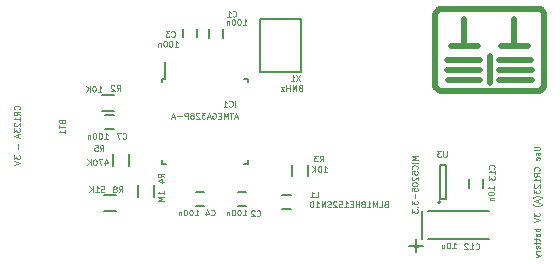
<source format=gbo>
G04 #@! TF.GenerationSoftware,KiCad,Pcbnew,no-vcs-found-7657~57~ubuntu16.04.1*
G04 #@! TF.CreationDate,2017-02-15T10:50:58+02:00*
G04 #@! TF.ProjectId,multisensor_cr123,6D756C746973656E736F725F63723132,rev?*
G04 #@! TF.FileFunction,Legend,Bot*
G04 #@! TF.FilePolarity,Positive*
%FSLAX46Y46*%
G04 Gerber Fmt 4.6, Leading zero omitted, Abs format (unit mm)*
G04 Created by KiCad (PCBNEW no-vcs-found-7657~57~ubuntu16.04.1) date Wed Feb 15 10:50:58 2017*
%MOMM*%
%LPD*%
G01*
G04 APERTURE LIST*
%ADD10C,0.100000*%
%ADD11C,0.125000*%
%ADD12C,0.150000*%
%ADD13C,0.500000*%
%ADD14R,3.000000X0.800000*%
%ADD15C,2.000000*%
%ADD16R,2.540000X2.540000*%
%ADD17C,2.540000*%
%ADD18R,0.750000X1.200000*%
%ADD19R,1.200000X0.750000*%
%ADD20R,0.550000X1.600000*%
%ADD21R,1.600000X0.550000*%
%ADD22R,1.200000X0.900000*%
%ADD23R,0.900000X1.200000*%
%ADD24C,1.998980*%
%ADD25R,1.727200X1.727200*%
%ADD26O,1.727200X1.727200*%
%ADD27R,2.148840X1.501140*%
%ADD28R,1.060000X0.650000*%
%ADD29R,1.350000X1.350000*%
%ADD30C,1.350000*%
%ADD31R,1.727200X2.032000*%
%ADD32O,1.727200X2.032000*%
G04 APERTURE END LIST*
D10*
D11*
X145204690Y-89527642D02*
X145609452Y-89527642D01*
X145657071Y-89551452D01*
X145680880Y-89575261D01*
X145704690Y-89622880D01*
X145704690Y-89718119D01*
X145680880Y-89765738D01*
X145657071Y-89789547D01*
X145609452Y-89813357D01*
X145204690Y-89813357D01*
X145680880Y-90027642D02*
X145704690Y-90075261D01*
X145704690Y-90170500D01*
X145680880Y-90218119D01*
X145633261Y-90241928D01*
X145609452Y-90241928D01*
X145561833Y-90218119D01*
X145538023Y-90170500D01*
X145538023Y-90099071D01*
X145514214Y-90051452D01*
X145466595Y-90027642D01*
X145442785Y-90027642D01*
X145395166Y-90051452D01*
X145371357Y-90099071D01*
X145371357Y-90170500D01*
X145395166Y-90218119D01*
X145680880Y-90646690D02*
X145704690Y-90599071D01*
X145704690Y-90503833D01*
X145680880Y-90456214D01*
X145633261Y-90432404D01*
X145442785Y-90432404D01*
X145395166Y-90456214D01*
X145371357Y-90503833D01*
X145371357Y-90599071D01*
X145395166Y-90646690D01*
X145442785Y-90670500D01*
X145490404Y-90670500D01*
X145538023Y-90432404D01*
X145657071Y-91551452D02*
X145680880Y-91527642D01*
X145704690Y-91456214D01*
X145704690Y-91408595D01*
X145680880Y-91337166D01*
X145633261Y-91289547D01*
X145585642Y-91265738D01*
X145490404Y-91241928D01*
X145418976Y-91241928D01*
X145323738Y-91265738D01*
X145276119Y-91289547D01*
X145228500Y-91337166D01*
X145204690Y-91408595D01*
X145204690Y-91456214D01*
X145228500Y-91527642D01*
X145252309Y-91551452D01*
X145704690Y-92051452D02*
X145466595Y-91884785D01*
X145704690Y-91765738D02*
X145204690Y-91765738D01*
X145204690Y-91956214D01*
X145228500Y-92003833D01*
X145252309Y-92027642D01*
X145299928Y-92051452D01*
X145371357Y-92051452D01*
X145418976Y-92027642D01*
X145442785Y-92003833D01*
X145466595Y-91956214D01*
X145466595Y-91765738D01*
X145704690Y-92527642D02*
X145704690Y-92241928D01*
X145704690Y-92384785D02*
X145204690Y-92384785D01*
X145276119Y-92337166D01*
X145323738Y-92289547D01*
X145347547Y-92241928D01*
X145252309Y-92718119D02*
X145228500Y-92741928D01*
X145204690Y-92789547D01*
X145204690Y-92908595D01*
X145228500Y-92956214D01*
X145252309Y-92980023D01*
X145299928Y-93003833D01*
X145347547Y-93003833D01*
X145418976Y-92980023D01*
X145704690Y-92694309D01*
X145704690Y-93003833D01*
X145204690Y-93170500D02*
X145204690Y-93480023D01*
X145395166Y-93313357D01*
X145395166Y-93384785D01*
X145418976Y-93432404D01*
X145442785Y-93456214D01*
X145490404Y-93480023D01*
X145609452Y-93480023D01*
X145657071Y-93456214D01*
X145680880Y-93432404D01*
X145704690Y-93384785D01*
X145704690Y-93241928D01*
X145680880Y-93194309D01*
X145657071Y-93170500D01*
X145895166Y-93837166D02*
X145871357Y-93813357D01*
X145799928Y-93765738D01*
X145752309Y-93741928D01*
X145680880Y-93718119D01*
X145561833Y-93694309D01*
X145466595Y-93694309D01*
X145347547Y-93718119D01*
X145276119Y-93741928D01*
X145228500Y-93765738D01*
X145157071Y-93813357D01*
X145133261Y-93837166D01*
X145561833Y-94003833D02*
X145561833Y-94241928D01*
X145704690Y-93956214D02*
X145204690Y-94122880D01*
X145704690Y-94289547D01*
X145895166Y-94408595D02*
X145871357Y-94432404D01*
X145799928Y-94480023D01*
X145752309Y-94503833D01*
X145680880Y-94527642D01*
X145561833Y-94551452D01*
X145466595Y-94551452D01*
X145347547Y-94527642D01*
X145276119Y-94503833D01*
X145228500Y-94480023D01*
X145157071Y-94432404D01*
X145133261Y-94408595D01*
X145204690Y-95122880D02*
X145204690Y-95432404D01*
X145395166Y-95265738D01*
X145395166Y-95337166D01*
X145418976Y-95384785D01*
X145442785Y-95408595D01*
X145490404Y-95432404D01*
X145609452Y-95432404D01*
X145657071Y-95408595D01*
X145680880Y-95384785D01*
X145704690Y-95337166D01*
X145704690Y-95194309D01*
X145680880Y-95146690D01*
X145657071Y-95122880D01*
X145204690Y-95575261D02*
X145704690Y-95741928D01*
X145204690Y-95908595D01*
X145704690Y-96456214D02*
X145204690Y-96456214D01*
X145395166Y-96456214D02*
X145371357Y-96503833D01*
X145371357Y-96599071D01*
X145395166Y-96646690D01*
X145418976Y-96670500D01*
X145466595Y-96694309D01*
X145609452Y-96694309D01*
X145657071Y-96670500D01*
X145680880Y-96646690D01*
X145704690Y-96599071D01*
X145704690Y-96503833D01*
X145680880Y-96456214D01*
X145704690Y-97122880D02*
X145442785Y-97122880D01*
X145395166Y-97099071D01*
X145371357Y-97051452D01*
X145371357Y-96956214D01*
X145395166Y-96908595D01*
X145680880Y-97122880D02*
X145704690Y-97075261D01*
X145704690Y-96956214D01*
X145680880Y-96908595D01*
X145633261Y-96884785D01*
X145585642Y-96884785D01*
X145538023Y-96908595D01*
X145514214Y-96956214D01*
X145514214Y-97075261D01*
X145490404Y-97122880D01*
X145371357Y-97289547D02*
X145371357Y-97480023D01*
X145204690Y-97360976D02*
X145633261Y-97360976D01*
X145680880Y-97384785D01*
X145704690Y-97432404D01*
X145704690Y-97480023D01*
X145371357Y-97575261D02*
X145371357Y-97765738D01*
X145204690Y-97646690D02*
X145633261Y-97646690D01*
X145680880Y-97670500D01*
X145704690Y-97718119D01*
X145704690Y-97765738D01*
X145680880Y-98122880D02*
X145704690Y-98075261D01*
X145704690Y-97980023D01*
X145680880Y-97932404D01*
X145633261Y-97908595D01*
X145442785Y-97908595D01*
X145395166Y-97932404D01*
X145371357Y-97980023D01*
X145371357Y-98075261D01*
X145395166Y-98122880D01*
X145442785Y-98146690D01*
X145490404Y-98146690D01*
X145538023Y-97908595D01*
X145704690Y-98360976D02*
X145371357Y-98360976D01*
X145466595Y-98360976D02*
X145418976Y-98384785D01*
X145395166Y-98408595D01*
X145371357Y-98456214D01*
X145371357Y-98503833D01*
X145371357Y-98622880D02*
X145704690Y-98741928D01*
X145371357Y-98860976D02*
X145704690Y-98741928D01*
X145823738Y-98694309D01*
X145847547Y-98670500D01*
X145871357Y-98622880D01*
D12*
X122061500Y-78712500D02*
X122061500Y-83210400D01*
X125461500Y-78712500D02*
X122061500Y-78712500D01*
X125461500Y-83212500D02*
X125461500Y-78712500D01*
X122062215Y-83212500D02*
X125461500Y-83212500D01*
X118900500Y-80296500D02*
X118900500Y-79596500D01*
X117700500Y-79596500D02*
X117700500Y-80296500D01*
X120873000Y-93380000D02*
X120173000Y-93380000D01*
X120173000Y-94580000D02*
X120873000Y-94580000D01*
X115478000Y-79533000D02*
X115478000Y-80233000D01*
X116678000Y-80233000D02*
X116678000Y-79533000D01*
X116614500Y-94580000D02*
X117314500Y-94580000D01*
X117314500Y-93380000D02*
X116614500Y-93380000D01*
X108933500Y-88039500D02*
X109633500Y-88039500D01*
X109633500Y-86839500D02*
X108933500Y-86839500D01*
X113723000Y-83751000D02*
X113948000Y-83751000D01*
X113723000Y-91001000D02*
X114048000Y-91001000D01*
X120973000Y-91001000D02*
X120648000Y-91001000D01*
X120973000Y-83751000D02*
X120648000Y-83751000D01*
X113723000Y-83751000D02*
X113723000Y-84076000D01*
X120973000Y-83751000D02*
X120973000Y-84076000D01*
X120973000Y-91001000D02*
X120973000Y-90676000D01*
X113723000Y-91001000D02*
X113723000Y-90676000D01*
X113948000Y-83751000D02*
X113948000Y-82326000D01*
X124619500Y-93634000D02*
X123919500Y-93634000D01*
X123919500Y-94834000D02*
X124619500Y-94834000D01*
X109656500Y-85113500D02*
X108656500Y-85113500D01*
X108656500Y-86463500D02*
X109656500Y-86463500D01*
X126087500Y-92046500D02*
X126087500Y-91046500D01*
X124737500Y-91046500D02*
X124737500Y-92046500D01*
X113070000Y-93781500D02*
X113070000Y-92781500D01*
X111720000Y-92781500D02*
X111720000Y-93781500D01*
X110911000Y-91178000D02*
X110911000Y-90178000D01*
X109561000Y-90178000D02*
X109561000Y-91178000D01*
X136210040Y-94940120D02*
X141411960Y-94940120D01*
X141411960Y-97337880D02*
X136210040Y-97337880D01*
X135211820Y-98437700D02*
X135211820Y-97337880D01*
X134612380Y-97937320D02*
X135811260Y-97937320D01*
X135714740Y-97337880D02*
X135714740Y-94940120D01*
X139735000Y-92296500D02*
X139735000Y-92996500D01*
X140935000Y-92996500D02*
X140935000Y-92296500D01*
X137298000Y-94217000D02*
G75*
G03X137298000Y-94217000I-100000J0D01*
G01*
X137748000Y-93967000D02*
X137248000Y-93967000D01*
X137748000Y-91067000D02*
X137748000Y-93967000D01*
X137248000Y-91067000D02*
X137748000Y-91067000D01*
X137248000Y-93967000D02*
X137248000Y-91067000D01*
X109847000Y-93622500D02*
X108847000Y-93622500D01*
X108847000Y-94972500D02*
X109847000Y-94972500D01*
X140665200Y-83870800D02*
X140665200Y-83870800D01*
D13*
X137896600Y-83870800D02*
X140665200Y-83870800D01*
X136855200Y-84480400D02*
X137287000Y-84836000D01*
X137287000Y-84836000D02*
X145643600Y-84836000D01*
X136855200Y-78333600D02*
X136855200Y-84455000D01*
X137210800Y-77901800D02*
X136855200Y-78257400D01*
X145770600Y-77901800D02*
X137210800Y-77901800D01*
X146075400Y-78206600D02*
X145770600Y-77901800D01*
X146075400Y-84455000D02*
X146075400Y-78206600D01*
X145694400Y-84836000D02*
X146075400Y-84455000D01*
X137871200Y-83007200D02*
X140639800Y-83007200D01*
X137845800Y-82143600D02*
X140614400Y-82143600D01*
X142265400Y-83870800D02*
X145034000Y-83870800D01*
X142240000Y-83007200D02*
X145008600Y-83007200D01*
X142214600Y-82143600D02*
X144983200Y-82143600D01*
D12*
X145034000Y-83870800D02*
X145034000Y-83870800D01*
D13*
X141452600Y-81838800D02*
X141452600Y-84107400D01*
X140470000Y-80975200D02*
X138201400Y-80975200D01*
X139319000Y-80975200D02*
X139319000Y-78706600D01*
X143560800Y-80975200D02*
X143560800Y-78706600D01*
X144711800Y-80975200D02*
X142443200Y-80975200D01*
D11*
X125436261Y-83482690D02*
X125102928Y-83982690D01*
X125102928Y-83482690D02*
X125436261Y-83982690D01*
X124650547Y-83982690D02*
X124936261Y-83982690D01*
X124793404Y-83982690D02*
X124793404Y-83482690D01*
X124841023Y-83554119D01*
X124888642Y-83601738D01*
X124936261Y-83625547D01*
X125511619Y-84522476D02*
X125559238Y-84498666D01*
X125583047Y-84474857D01*
X125606857Y-84427238D01*
X125606857Y-84403428D01*
X125583047Y-84355809D01*
X125559238Y-84332000D01*
X125511619Y-84308190D01*
X125416380Y-84308190D01*
X125368761Y-84332000D01*
X125344952Y-84355809D01*
X125321142Y-84403428D01*
X125321142Y-84427238D01*
X125344952Y-84474857D01*
X125368761Y-84498666D01*
X125416380Y-84522476D01*
X125511619Y-84522476D01*
X125559238Y-84546285D01*
X125583047Y-84570095D01*
X125606857Y-84617714D01*
X125606857Y-84712952D01*
X125583047Y-84760571D01*
X125559238Y-84784380D01*
X125511619Y-84808190D01*
X125416380Y-84808190D01*
X125368761Y-84784380D01*
X125344952Y-84760571D01*
X125321142Y-84712952D01*
X125321142Y-84617714D01*
X125344952Y-84570095D01*
X125368761Y-84546285D01*
X125416380Y-84522476D01*
X125106857Y-84808190D02*
X125106857Y-84308190D01*
X124940190Y-84665333D01*
X124773523Y-84308190D01*
X124773523Y-84808190D01*
X124535428Y-84808190D02*
X124535428Y-84308190D01*
X124535428Y-84546285D02*
X124249714Y-84546285D01*
X124249714Y-84808190D02*
X124249714Y-84308190D01*
X124059238Y-84474857D02*
X123797333Y-84474857D01*
X124059238Y-84808190D01*
X123797333Y-84808190D01*
X105247285Y-87427642D02*
X105271095Y-87499071D01*
X105294904Y-87522880D01*
X105342523Y-87546690D01*
X105413952Y-87546690D01*
X105461571Y-87522880D01*
X105485380Y-87499071D01*
X105509190Y-87451452D01*
X105509190Y-87260976D01*
X105009190Y-87260976D01*
X105009190Y-87427642D01*
X105033000Y-87475261D01*
X105056809Y-87499071D01*
X105104428Y-87522880D01*
X105152047Y-87522880D01*
X105199666Y-87499071D01*
X105223476Y-87475261D01*
X105247285Y-87427642D01*
X105247285Y-87260976D01*
X105009190Y-87689547D02*
X105009190Y-87975261D01*
X105509190Y-87832404D02*
X105009190Y-87832404D01*
X105509190Y-88403833D02*
X105509190Y-88118119D01*
X105509190Y-88260976D02*
X105009190Y-88260976D01*
X105080619Y-88213357D01*
X105128238Y-88165738D01*
X105152047Y-88118119D01*
X101651571Y-86352333D02*
X101675380Y-86328523D01*
X101699190Y-86257095D01*
X101699190Y-86209476D01*
X101675380Y-86138047D01*
X101627761Y-86090428D01*
X101580142Y-86066619D01*
X101484904Y-86042809D01*
X101413476Y-86042809D01*
X101318238Y-86066619D01*
X101270619Y-86090428D01*
X101223000Y-86138047D01*
X101199190Y-86209476D01*
X101199190Y-86257095D01*
X101223000Y-86328523D01*
X101246809Y-86352333D01*
X101699190Y-86852333D02*
X101461095Y-86685666D01*
X101699190Y-86566619D02*
X101199190Y-86566619D01*
X101199190Y-86757095D01*
X101223000Y-86804714D01*
X101246809Y-86828523D01*
X101294428Y-86852333D01*
X101365857Y-86852333D01*
X101413476Y-86828523D01*
X101437285Y-86804714D01*
X101461095Y-86757095D01*
X101461095Y-86566619D01*
X101699190Y-87328523D02*
X101699190Y-87042809D01*
X101699190Y-87185666D02*
X101199190Y-87185666D01*
X101270619Y-87138047D01*
X101318238Y-87090428D01*
X101342047Y-87042809D01*
X101246809Y-87519000D02*
X101223000Y-87542809D01*
X101199190Y-87590428D01*
X101199190Y-87709476D01*
X101223000Y-87757095D01*
X101246809Y-87780904D01*
X101294428Y-87804714D01*
X101342047Y-87804714D01*
X101413476Y-87780904D01*
X101699190Y-87495190D01*
X101699190Y-87804714D01*
X101199190Y-87971380D02*
X101199190Y-88280904D01*
X101389666Y-88114238D01*
X101389666Y-88185666D01*
X101413476Y-88233285D01*
X101437285Y-88257095D01*
X101484904Y-88280904D01*
X101603952Y-88280904D01*
X101651571Y-88257095D01*
X101675380Y-88233285D01*
X101699190Y-88185666D01*
X101699190Y-88042809D01*
X101675380Y-87995190D01*
X101651571Y-87971380D01*
X101556333Y-88471380D02*
X101556333Y-88709476D01*
X101699190Y-88423761D02*
X101199190Y-88590428D01*
X101699190Y-88757095D01*
X101508714Y-89304714D02*
X101508714Y-89685666D01*
X101199190Y-90257095D02*
X101199190Y-90566619D01*
X101389666Y-90399952D01*
X101389666Y-90471380D01*
X101413476Y-90519000D01*
X101437285Y-90542809D01*
X101484904Y-90566619D01*
X101603952Y-90566619D01*
X101651571Y-90542809D01*
X101675380Y-90519000D01*
X101699190Y-90471380D01*
X101699190Y-90328523D01*
X101675380Y-90280904D01*
X101651571Y-90257095D01*
X101199190Y-90709476D02*
X101699190Y-90876142D01*
X101199190Y-91042809D01*
X119717333Y-78474071D02*
X119741142Y-78497880D01*
X119812571Y-78521690D01*
X119860190Y-78521690D01*
X119931619Y-78497880D01*
X119979238Y-78450261D01*
X120003047Y-78402642D01*
X120026857Y-78307404D01*
X120026857Y-78235976D01*
X120003047Y-78140738D01*
X119979238Y-78093119D01*
X119931619Y-78045500D01*
X119860190Y-78021690D01*
X119812571Y-78021690D01*
X119741142Y-78045500D01*
X119717333Y-78069309D01*
X119241142Y-78521690D02*
X119526857Y-78521690D01*
X119384000Y-78521690D02*
X119384000Y-78021690D01*
X119431619Y-78093119D01*
X119479238Y-78140738D01*
X119526857Y-78164547D01*
X120574523Y-79220190D02*
X120860238Y-79220190D01*
X120717380Y-79220190D02*
X120717380Y-78720190D01*
X120765000Y-78791619D01*
X120812619Y-78839238D01*
X120860238Y-78863047D01*
X120265000Y-78720190D02*
X120217380Y-78720190D01*
X120169761Y-78744000D01*
X120145952Y-78767809D01*
X120122142Y-78815428D01*
X120098333Y-78910666D01*
X120098333Y-79029714D01*
X120122142Y-79124952D01*
X120145952Y-79172571D01*
X120169761Y-79196380D01*
X120217380Y-79220190D01*
X120265000Y-79220190D01*
X120312619Y-79196380D01*
X120336428Y-79172571D01*
X120360238Y-79124952D01*
X120384047Y-79029714D01*
X120384047Y-78910666D01*
X120360238Y-78815428D01*
X120336428Y-78767809D01*
X120312619Y-78744000D01*
X120265000Y-78720190D01*
X119788809Y-78720190D02*
X119741190Y-78720190D01*
X119693571Y-78744000D01*
X119669761Y-78767809D01*
X119645952Y-78815428D01*
X119622142Y-78910666D01*
X119622142Y-79029714D01*
X119645952Y-79124952D01*
X119669761Y-79172571D01*
X119693571Y-79196380D01*
X119741190Y-79220190D01*
X119788809Y-79220190D01*
X119836428Y-79196380D01*
X119860238Y-79172571D01*
X119884047Y-79124952D01*
X119907857Y-79029714D01*
X119907857Y-78910666D01*
X119884047Y-78815428D01*
X119860238Y-78767809D01*
X119836428Y-78744000D01*
X119788809Y-78720190D01*
X119407857Y-78886857D02*
X119407857Y-79220190D01*
X119407857Y-78934476D02*
X119384047Y-78910666D01*
X119336428Y-78886857D01*
X119265000Y-78886857D01*
X119217380Y-78910666D01*
X119193571Y-78958285D01*
X119193571Y-79220190D01*
X121751833Y-95365071D02*
X121775642Y-95388880D01*
X121847071Y-95412690D01*
X121894690Y-95412690D01*
X121966119Y-95388880D01*
X122013738Y-95341261D01*
X122037547Y-95293642D01*
X122061357Y-95198404D01*
X122061357Y-95126976D01*
X122037547Y-95031738D01*
X122013738Y-94984119D01*
X121966119Y-94936500D01*
X121894690Y-94912690D01*
X121847071Y-94912690D01*
X121775642Y-94936500D01*
X121751833Y-94960309D01*
X121561357Y-94960309D02*
X121537547Y-94936500D01*
X121489928Y-94912690D01*
X121370880Y-94912690D01*
X121323261Y-94936500D01*
X121299452Y-94960309D01*
X121275642Y-95007928D01*
X121275642Y-95055547D01*
X121299452Y-95126976D01*
X121585166Y-95412690D01*
X121275642Y-95412690D01*
X120577023Y-95349190D02*
X120862738Y-95349190D01*
X120719880Y-95349190D02*
X120719880Y-94849190D01*
X120767500Y-94920619D01*
X120815119Y-94968238D01*
X120862738Y-94992047D01*
X120267500Y-94849190D02*
X120219880Y-94849190D01*
X120172261Y-94873000D01*
X120148452Y-94896809D01*
X120124642Y-94944428D01*
X120100833Y-95039666D01*
X120100833Y-95158714D01*
X120124642Y-95253952D01*
X120148452Y-95301571D01*
X120172261Y-95325380D01*
X120219880Y-95349190D01*
X120267500Y-95349190D01*
X120315119Y-95325380D01*
X120338928Y-95301571D01*
X120362738Y-95253952D01*
X120386547Y-95158714D01*
X120386547Y-95039666D01*
X120362738Y-94944428D01*
X120338928Y-94896809D01*
X120315119Y-94873000D01*
X120267500Y-94849190D01*
X119791309Y-94849190D02*
X119743690Y-94849190D01*
X119696071Y-94873000D01*
X119672261Y-94896809D01*
X119648452Y-94944428D01*
X119624642Y-95039666D01*
X119624642Y-95158714D01*
X119648452Y-95253952D01*
X119672261Y-95301571D01*
X119696071Y-95325380D01*
X119743690Y-95349190D01*
X119791309Y-95349190D01*
X119838928Y-95325380D01*
X119862738Y-95301571D01*
X119886547Y-95253952D01*
X119910357Y-95158714D01*
X119910357Y-95039666D01*
X119886547Y-94944428D01*
X119862738Y-94896809D01*
X119838928Y-94873000D01*
X119791309Y-94849190D01*
X119410357Y-95015857D02*
X119410357Y-95349190D01*
X119410357Y-95063476D02*
X119386547Y-95039666D01*
X119338928Y-95015857D01*
X119267500Y-95015857D01*
X119219880Y-95039666D01*
X119196071Y-95087285D01*
X119196071Y-95349190D01*
X114510333Y-80188571D02*
X114534142Y-80212380D01*
X114605571Y-80236190D01*
X114653190Y-80236190D01*
X114724619Y-80212380D01*
X114772238Y-80164761D01*
X114796047Y-80117142D01*
X114819857Y-80021904D01*
X114819857Y-79950476D01*
X114796047Y-79855238D01*
X114772238Y-79807619D01*
X114724619Y-79760000D01*
X114653190Y-79736190D01*
X114605571Y-79736190D01*
X114534142Y-79760000D01*
X114510333Y-79783809D01*
X114343666Y-79736190D02*
X114034142Y-79736190D01*
X114200809Y-79926666D01*
X114129380Y-79926666D01*
X114081761Y-79950476D01*
X114057952Y-79974285D01*
X114034142Y-80021904D01*
X114034142Y-80140952D01*
X114057952Y-80188571D01*
X114081761Y-80212380D01*
X114129380Y-80236190D01*
X114272238Y-80236190D01*
X114319857Y-80212380D01*
X114343666Y-80188571D01*
X114796023Y-81061690D02*
X115081738Y-81061690D01*
X114938880Y-81061690D02*
X114938880Y-80561690D01*
X114986500Y-80633119D01*
X115034119Y-80680738D01*
X115081738Y-80704547D01*
X114486500Y-80561690D02*
X114438880Y-80561690D01*
X114391261Y-80585500D01*
X114367452Y-80609309D01*
X114343642Y-80656928D01*
X114319833Y-80752166D01*
X114319833Y-80871214D01*
X114343642Y-80966452D01*
X114367452Y-81014071D01*
X114391261Y-81037880D01*
X114438880Y-81061690D01*
X114486500Y-81061690D01*
X114534119Y-81037880D01*
X114557928Y-81014071D01*
X114581738Y-80966452D01*
X114605547Y-80871214D01*
X114605547Y-80752166D01*
X114581738Y-80656928D01*
X114557928Y-80609309D01*
X114534119Y-80585500D01*
X114486500Y-80561690D01*
X114010309Y-80561690D02*
X113962690Y-80561690D01*
X113915071Y-80585500D01*
X113891261Y-80609309D01*
X113867452Y-80656928D01*
X113843642Y-80752166D01*
X113843642Y-80871214D01*
X113867452Y-80966452D01*
X113891261Y-81014071D01*
X113915071Y-81037880D01*
X113962690Y-81061690D01*
X114010309Y-81061690D01*
X114057928Y-81037880D01*
X114081738Y-81014071D01*
X114105547Y-80966452D01*
X114129357Y-80871214D01*
X114129357Y-80752166D01*
X114105547Y-80656928D01*
X114081738Y-80609309D01*
X114057928Y-80585500D01*
X114010309Y-80561690D01*
X113629357Y-80728357D02*
X113629357Y-81061690D01*
X113629357Y-80775976D02*
X113605547Y-80752166D01*
X113557928Y-80728357D01*
X113486500Y-80728357D01*
X113438880Y-80752166D01*
X113415071Y-80799785D01*
X113415071Y-81061690D01*
X117875833Y-95301571D02*
X117899642Y-95325380D01*
X117971071Y-95349190D01*
X118018690Y-95349190D01*
X118090119Y-95325380D01*
X118137738Y-95277761D01*
X118161547Y-95230142D01*
X118185357Y-95134904D01*
X118185357Y-95063476D01*
X118161547Y-94968238D01*
X118137738Y-94920619D01*
X118090119Y-94873000D01*
X118018690Y-94849190D01*
X117971071Y-94849190D01*
X117899642Y-94873000D01*
X117875833Y-94896809D01*
X117447261Y-95015857D02*
X117447261Y-95349190D01*
X117566309Y-94825380D02*
X117685357Y-95182523D01*
X117375833Y-95182523D01*
X116510523Y-95349190D02*
X116796238Y-95349190D01*
X116653380Y-95349190D02*
X116653380Y-94849190D01*
X116701000Y-94920619D01*
X116748619Y-94968238D01*
X116796238Y-94992047D01*
X116201000Y-94849190D02*
X116153380Y-94849190D01*
X116105761Y-94873000D01*
X116081952Y-94896809D01*
X116058142Y-94944428D01*
X116034333Y-95039666D01*
X116034333Y-95158714D01*
X116058142Y-95253952D01*
X116081952Y-95301571D01*
X116105761Y-95325380D01*
X116153380Y-95349190D01*
X116201000Y-95349190D01*
X116248619Y-95325380D01*
X116272428Y-95301571D01*
X116296238Y-95253952D01*
X116320047Y-95158714D01*
X116320047Y-95039666D01*
X116296238Y-94944428D01*
X116272428Y-94896809D01*
X116248619Y-94873000D01*
X116201000Y-94849190D01*
X115724809Y-94849190D02*
X115677190Y-94849190D01*
X115629571Y-94873000D01*
X115605761Y-94896809D01*
X115581952Y-94944428D01*
X115558142Y-95039666D01*
X115558142Y-95158714D01*
X115581952Y-95253952D01*
X115605761Y-95301571D01*
X115629571Y-95325380D01*
X115677190Y-95349190D01*
X115724809Y-95349190D01*
X115772428Y-95325380D01*
X115796238Y-95301571D01*
X115820047Y-95253952D01*
X115843857Y-95158714D01*
X115843857Y-95039666D01*
X115820047Y-94944428D01*
X115796238Y-94896809D01*
X115772428Y-94873000D01*
X115724809Y-94849190D01*
X115343857Y-95015857D02*
X115343857Y-95349190D01*
X115343857Y-95063476D02*
X115320047Y-95039666D01*
X115272428Y-95015857D01*
X115201000Y-95015857D01*
X115153380Y-95039666D01*
X115129571Y-95087285D01*
X115129571Y-95349190D01*
X110382833Y-88824571D02*
X110406642Y-88848380D01*
X110478071Y-88872190D01*
X110525690Y-88872190D01*
X110597119Y-88848380D01*
X110644738Y-88800761D01*
X110668547Y-88753142D01*
X110692357Y-88657904D01*
X110692357Y-88586476D01*
X110668547Y-88491238D01*
X110644738Y-88443619D01*
X110597119Y-88396000D01*
X110525690Y-88372190D01*
X110478071Y-88372190D01*
X110406642Y-88396000D01*
X110382833Y-88419809D01*
X110216166Y-88372190D02*
X109882833Y-88372190D01*
X110097119Y-88872190D01*
X108827023Y-88872190D02*
X109112738Y-88872190D01*
X108969880Y-88872190D02*
X108969880Y-88372190D01*
X109017500Y-88443619D01*
X109065119Y-88491238D01*
X109112738Y-88515047D01*
X108517500Y-88372190D02*
X108469880Y-88372190D01*
X108422261Y-88396000D01*
X108398452Y-88419809D01*
X108374642Y-88467428D01*
X108350833Y-88562666D01*
X108350833Y-88681714D01*
X108374642Y-88776952D01*
X108398452Y-88824571D01*
X108422261Y-88848380D01*
X108469880Y-88872190D01*
X108517500Y-88872190D01*
X108565119Y-88848380D01*
X108588928Y-88824571D01*
X108612738Y-88776952D01*
X108636547Y-88681714D01*
X108636547Y-88562666D01*
X108612738Y-88467428D01*
X108588928Y-88419809D01*
X108565119Y-88396000D01*
X108517500Y-88372190D01*
X108041309Y-88372190D02*
X107993690Y-88372190D01*
X107946071Y-88396000D01*
X107922261Y-88419809D01*
X107898452Y-88467428D01*
X107874642Y-88562666D01*
X107874642Y-88681714D01*
X107898452Y-88776952D01*
X107922261Y-88824571D01*
X107946071Y-88848380D01*
X107993690Y-88872190D01*
X108041309Y-88872190D01*
X108088928Y-88848380D01*
X108112738Y-88824571D01*
X108136547Y-88776952D01*
X108160357Y-88681714D01*
X108160357Y-88562666D01*
X108136547Y-88467428D01*
X108112738Y-88419809D01*
X108088928Y-88396000D01*
X108041309Y-88372190D01*
X107660357Y-88538857D02*
X107660357Y-88872190D01*
X107660357Y-88586476D02*
X107636547Y-88562666D01*
X107588928Y-88538857D01*
X107517500Y-88538857D01*
X107469880Y-88562666D01*
X107446071Y-88610285D01*
X107446071Y-88872190D01*
X120121809Y-87014833D02*
X119883714Y-87014833D01*
X120169428Y-87157690D02*
X120002761Y-86657690D01*
X119836095Y-87157690D01*
X119740857Y-86657690D02*
X119455142Y-86657690D01*
X119598000Y-87157690D02*
X119598000Y-86657690D01*
X119288476Y-87157690D02*
X119288476Y-86657690D01*
X119121809Y-87014833D01*
X118955142Y-86657690D01*
X118955142Y-87157690D01*
X118717047Y-86895785D02*
X118550380Y-86895785D01*
X118478952Y-87157690D02*
X118717047Y-87157690D01*
X118717047Y-86657690D01*
X118478952Y-86657690D01*
X118002761Y-86681500D02*
X118050380Y-86657690D01*
X118121809Y-86657690D01*
X118193238Y-86681500D01*
X118240857Y-86729119D01*
X118264666Y-86776738D01*
X118288476Y-86871976D01*
X118288476Y-86943404D01*
X118264666Y-87038642D01*
X118240857Y-87086261D01*
X118193238Y-87133880D01*
X118121809Y-87157690D01*
X118074190Y-87157690D01*
X118002761Y-87133880D01*
X117978952Y-87110071D01*
X117978952Y-86943404D01*
X118074190Y-86943404D01*
X117788476Y-87014833D02*
X117550380Y-87014833D01*
X117836095Y-87157690D02*
X117669428Y-86657690D01*
X117502761Y-87157690D01*
X117383714Y-86657690D02*
X117074190Y-86657690D01*
X117240857Y-86848166D01*
X117169428Y-86848166D01*
X117121809Y-86871976D01*
X117098000Y-86895785D01*
X117074190Y-86943404D01*
X117074190Y-87062452D01*
X117098000Y-87110071D01*
X117121809Y-87133880D01*
X117169428Y-87157690D01*
X117312285Y-87157690D01*
X117359904Y-87133880D01*
X117383714Y-87110071D01*
X116883714Y-86705309D02*
X116859904Y-86681500D01*
X116812285Y-86657690D01*
X116693238Y-86657690D01*
X116645619Y-86681500D01*
X116621809Y-86705309D01*
X116598000Y-86752928D01*
X116598000Y-86800547D01*
X116621809Y-86871976D01*
X116907523Y-87157690D01*
X116598000Y-87157690D01*
X116312285Y-86871976D02*
X116359904Y-86848166D01*
X116383714Y-86824357D01*
X116407523Y-86776738D01*
X116407523Y-86752928D01*
X116383714Y-86705309D01*
X116359904Y-86681500D01*
X116312285Y-86657690D01*
X116217047Y-86657690D01*
X116169428Y-86681500D01*
X116145619Y-86705309D01*
X116121809Y-86752928D01*
X116121809Y-86776738D01*
X116145619Y-86824357D01*
X116169428Y-86848166D01*
X116217047Y-86871976D01*
X116312285Y-86871976D01*
X116359904Y-86895785D01*
X116383714Y-86919595D01*
X116407523Y-86967214D01*
X116407523Y-87062452D01*
X116383714Y-87110071D01*
X116359904Y-87133880D01*
X116312285Y-87157690D01*
X116217047Y-87157690D01*
X116169428Y-87133880D01*
X116145619Y-87110071D01*
X116121809Y-87062452D01*
X116121809Y-86967214D01*
X116145619Y-86919595D01*
X116169428Y-86895785D01*
X116217047Y-86871976D01*
X115907523Y-87157690D02*
X115907523Y-86657690D01*
X115717047Y-86657690D01*
X115669428Y-86681500D01*
X115645619Y-86705309D01*
X115621809Y-86752928D01*
X115621809Y-86824357D01*
X115645619Y-86871976D01*
X115669428Y-86895785D01*
X115717047Y-86919595D01*
X115907523Y-86919595D01*
X115407523Y-86967214D02*
X115026571Y-86967214D01*
X114812285Y-87014833D02*
X114574190Y-87014833D01*
X114859904Y-87157690D02*
X114693238Y-86657690D01*
X114526571Y-87157690D01*
X119931595Y-86141690D02*
X119931595Y-85641690D01*
X119407785Y-86094071D02*
X119431595Y-86117880D01*
X119503023Y-86141690D01*
X119550642Y-86141690D01*
X119622071Y-86117880D01*
X119669690Y-86070261D01*
X119693500Y-86022642D01*
X119717309Y-85927404D01*
X119717309Y-85855976D01*
X119693500Y-85760738D01*
X119669690Y-85713119D01*
X119622071Y-85665500D01*
X119550642Y-85641690D01*
X119503023Y-85641690D01*
X119431595Y-85665500D01*
X119407785Y-85689309D01*
X118931595Y-86141690D02*
X119217309Y-86141690D01*
X119074452Y-86141690D02*
X119074452Y-85641690D01*
X119122071Y-85713119D01*
X119169690Y-85760738D01*
X119217309Y-85784547D01*
X126702333Y-93825190D02*
X126940428Y-93825190D01*
X126940428Y-93325190D01*
X126273761Y-93825190D02*
X126559476Y-93825190D01*
X126416619Y-93825190D02*
X126416619Y-93325190D01*
X126464238Y-93396619D01*
X126511857Y-93444238D01*
X126559476Y-93468047D01*
X132659047Y-94388785D02*
X132587619Y-94412595D01*
X132563809Y-94436404D01*
X132540000Y-94484023D01*
X132540000Y-94555452D01*
X132563809Y-94603071D01*
X132587619Y-94626880D01*
X132635238Y-94650690D01*
X132825714Y-94650690D01*
X132825714Y-94150690D01*
X132659047Y-94150690D01*
X132611428Y-94174500D01*
X132587619Y-94198309D01*
X132563809Y-94245928D01*
X132563809Y-94293547D01*
X132587619Y-94341166D01*
X132611428Y-94364976D01*
X132659047Y-94388785D01*
X132825714Y-94388785D01*
X132087619Y-94650690D02*
X132325714Y-94650690D01*
X132325714Y-94150690D01*
X131920952Y-94650690D02*
X131920952Y-94150690D01*
X131754285Y-94507833D01*
X131587619Y-94150690D01*
X131587619Y-94650690D01*
X131087619Y-94650690D02*
X131373333Y-94650690D01*
X131230476Y-94650690D02*
X131230476Y-94150690D01*
X131278095Y-94222119D01*
X131325714Y-94269738D01*
X131373333Y-94293547D01*
X130801904Y-94364976D02*
X130849523Y-94341166D01*
X130873333Y-94317357D01*
X130897142Y-94269738D01*
X130897142Y-94245928D01*
X130873333Y-94198309D01*
X130849523Y-94174500D01*
X130801904Y-94150690D01*
X130706666Y-94150690D01*
X130659047Y-94174500D01*
X130635238Y-94198309D01*
X130611428Y-94245928D01*
X130611428Y-94269738D01*
X130635238Y-94317357D01*
X130659047Y-94341166D01*
X130706666Y-94364976D01*
X130801904Y-94364976D01*
X130849523Y-94388785D01*
X130873333Y-94412595D01*
X130897142Y-94460214D01*
X130897142Y-94555452D01*
X130873333Y-94603071D01*
X130849523Y-94626880D01*
X130801904Y-94650690D01*
X130706666Y-94650690D01*
X130659047Y-94626880D01*
X130635238Y-94603071D01*
X130611428Y-94555452D01*
X130611428Y-94460214D01*
X130635238Y-94412595D01*
X130659047Y-94388785D01*
X130706666Y-94364976D01*
X130397142Y-94650690D02*
X130397142Y-94150690D01*
X130397142Y-94388785D02*
X130111428Y-94388785D01*
X130111428Y-94650690D02*
X130111428Y-94150690D01*
X129873333Y-94388785D02*
X129706666Y-94388785D01*
X129635238Y-94650690D02*
X129873333Y-94650690D01*
X129873333Y-94150690D01*
X129635238Y-94150690D01*
X129159047Y-94650690D02*
X129444761Y-94650690D01*
X129301904Y-94650690D02*
X129301904Y-94150690D01*
X129349523Y-94222119D01*
X129397142Y-94269738D01*
X129444761Y-94293547D01*
X128706666Y-94150690D02*
X128944761Y-94150690D01*
X128968571Y-94388785D01*
X128944761Y-94364976D01*
X128897142Y-94341166D01*
X128778095Y-94341166D01*
X128730476Y-94364976D01*
X128706666Y-94388785D01*
X128682857Y-94436404D01*
X128682857Y-94555452D01*
X128706666Y-94603071D01*
X128730476Y-94626880D01*
X128778095Y-94650690D01*
X128897142Y-94650690D01*
X128944761Y-94626880D01*
X128968571Y-94603071D01*
X128492380Y-94198309D02*
X128468571Y-94174500D01*
X128420952Y-94150690D01*
X128301904Y-94150690D01*
X128254285Y-94174500D01*
X128230476Y-94198309D01*
X128206666Y-94245928D01*
X128206666Y-94293547D01*
X128230476Y-94364976D01*
X128516190Y-94650690D01*
X128206666Y-94650690D01*
X128016190Y-94626880D02*
X127944761Y-94650690D01*
X127825714Y-94650690D01*
X127778095Y-94626880D01*
X127754285Y-94603071D01*
X127730476Y-94555452D01*
X127730476Y-94507833D01*
X127754285Y-94460214D01*
X127778095Y-94436404D01*
X127825714Y-94412595D01*
X127920952Y-94388785D01*
X127968571Y-94364976D01*
X127992380Y-94341166D01*
X128016190Y-94293547D01*
X128016190Y-94245928D01*
X127992380Y-94198309D01*
X127968571Y-94174500D01*
X127920952Y-94150690D01*
X127801904Y-94150690D01*
X127730476Y-94174500D01*
X127516190Y-94650690D02*
X127516190Y-94150690D01*
X127230476Y-94650690D01*
X127230476Y-94150690D01*
X126730476Y-94650690D02*
X127016190Y-94650690D01*
X126873333Y-94650690D02*
X126873333Y-94150690D01*
X126920952Y-94222119D01*
X126968571Y-94269738D01*
X127016190Y-94293547D01*
X126516190Y-94650690D02*
X126516190Y-94150690D01*
X126397142Y-94150690D01*
X126325714Y-94174500D01*
X126278095Y-94222119D01*
X126254285Y-94269738D01*
X126230476Y-94364976D01*
X126230476Y-94436404D01*
X126254285Y-94531642D01*
X126278095Y-94579261D01*
X126325714Y-94626880D01*
X126397142Y-94650690D01*
X126516190Y-94650690D01*
X109874833Y-84808190D02*
X110041500Y-84570095D01*
X110160547Y-84808190D02*
X110160547Y-84308190D01*
X109970071Y-84308190D01*
X109922452Y-84332000D01*
X109898642Y-84355809D01*
X109874833Y-84403428D01*
X109874833Y-84474857D01*
X109898642Y-84522476D01*
X109922452Y-84546285D01*
X109970071Y-84570095D01*
X110160547Y-84570095D01*
X109684357Y-84355809D02*
X109660547Y-84332000D01*
X109612928Y-84308190D01*
X109493880Y-84308190D01*
X109446261Y-84332000D01*
X109422452Y-84355809D01*
X109398642Y-84403428D01*
X109398642Y-84451047D01*
X109422452Y-84522476D01*
X109708166Y-84808190D01*
X109398642Y-84808190D01*
X108295238Y-84871690D02*
X108580952Y-84871690D01*
X108438095Y-84871690D02*
X108438095Y-84371690D01*
X108485714Y-84443119D01*
X108533333Y-84490738D01*
X108580952Y-84514547D01*
X107985714Y-84371690D02*
X107938095Y-84371690D01*
X107890476Y-84395500D01*
X107866666Y-84419309D01*
X107842857Y-84466928D01*
X107819047Y-84562166D01*
X107819047Y-84681214D01*
X107842857Y-84776452D01*
X107866666Y-84824071D01*
X107890476Y-84847880D01*
X107938095Y-84871690D01*
X107985714Y-84871690D01*
X108033333Y-84847880D01*
X108057142Y-84824071D01*
X108080952Y-84776452D01*
X108104761Y-84681214D01*
X108104761Y-84562166D01*
X108080952Y-84466928D01*
X108057142Y-84419309D01*
X108033333Y-84395500D01*
X107985714Y-84371690D01*
X107604761Y-84871690D02*
X107604761Y-84371690D01*
X107319047Y-84871690D02*
X107533333Y-84585976D01*
X107319047Y-84371690D02*
X107604761Y-84657404D01*
X127083333Y-90777190D02*
X127250000Y-90539095D01*
X127369047Y-90777190D02*
X127369047Y-90277190D01*
X127178571Y-90277190D01*
X127130952Y-90301000D01*
X127107142Y-90324809D01*
X127083333Y-90372428D01*
X127083333Y-90443857D01*
X127107142Y-90491476D01*
X127130952Y-90515285D01*
X127178571Y-90539095D01*
X127369047Y-90539095D01*
X126916666Y-90277190D02*
X126607142Y-90277190D01*
X126773809Y-90467666D01*
X126702380Y-90467666D01*
X126654761Y-90491476D01*
X126630952Y-90515285D01*
X126607142Y-90562904D01*
X126607142Y-90681952D01*
X126630952Y-90729571D01*
X126654761Y-90753380D01*
X126702380Y-90777190D01*
X126845238Y-90777190D01*
X126892857Y-90753380D01*
X126916666Y-90729571D01*
X127408738Y-91666190D02*
X127694452Y-91666190D01*
X127551595Y-91666190D02*
X127551595Y-91166190D01*
X127599214Y-91237619D01*
X127646833Y-91285238D01*
X127694452Y-91309047D01*
X127099214Y-91166190D02*
X127051595Y-91166190D01*
X127003976Y-91190000D01*
X126980166Y-91213809D01*
X126956357Y-91261428D01*
X126932547Y-91356666D01*
X126932547Y-91475714D01*
X126956357Y-91570952D01*
X126980166Y-91618571D01*
X127003976Y-91642380D01*
X127051595Y-91666190D01*
X127099214Y-91666190D01*
X127146833Y-91642380D01*
X127170642Y-91618571D01*
X127194452Y-91570952D01*
X127218261Y-91475714D01*
X127218261Y-91356666D01*
X127194452Y-91261428D01*
X127170642Y-91213809D01*
X127146833Y-91190000D01*
X127099214Y-91166190D01*
X126718261Y-91666190D02*
X126718261Y-91166190D01*
X126432547Y-91666190D02*
X126646833Y-91380476D01*
X126432547Y-91166190D02*
X126718261Y-91451904D01*
X113891190Y-92098166D02*
X113653095Y-91931500D01*
X113891190Y-91812452D02*
X113391190Y-91812452D01*
X113391190Y-92002928D01*
X113415000Y-92050547D01*
X113438809Y-92074357D01*
X113486428Y-92098166D01*
X113557857Y-92098166D01*
X113605476Y-92074357D01*
X113629285Y-92050547D01*
X113653095Y-92002928D01*
X113653095Y-91812452D01*
X113557857Y-92526738D02*
X113891190Y-92526738D01*
X113367380Y-92407690D02*
X113724523Y-92288642D01*
X113724523Y-92598166D01*
X113891190Y-93562642D02*
X113891190Y-93276928D01*
X113891190Y-93419785D02*
X113391190Y-93419785D01*
X113462619Y-93372166D01*
X113510238Y-93324547D01*
X113534047Y-93276928D01*
X113891190Y-93776928D02*
X113391190Y-93776928D01*
X113748333Y-93943595D01*
X113391190Y-94110261D01*
X113891190Y-94110261D01*
X108477833Y-89888190D02*
X108644500Y-89650095D01*
X108763547Y-89888190D02*
X108763547Y-89388190D01*
X108573071Y-89388190D01*
X108525452Y-89412000D01*
X108501642Y-89435809D01*
X108477833Y-89483428D01*
X108477833Y-89554857D01*
X108501642Y-89602476D01*
X108525452Y-89626285D01*
X108573071Y-89650095D01*
X108763547Y-89650095D01*
X108025452Y-89388190D02*
X108263547Y-89388190D01*
X108287357Y-89626285D01*
X108263547Y-89602476D01*
X108215928Y-89578666D01*
X108096880Y-89578666D01*
X108049261Y-89602476D01*
X108025452Y-89626285D01*
X108001642Y-89673904D01*
X108001642Y-89792952D01*
X108025452Y-89840571D01*
X108049261Y-89864380D01*
X108096880Y-89888190D01*
X108215928Y-89888190D01*
X108263547Y-89864380D01*
X108287357Y-89840571D01*
X108898452Y-90761357D02*
X108898452Y-91094690D01*
X109017500Y-90570880D02*
X109136547Y-90928023D01*
X108827023Y-90928023D01*
X108684166Y-90594690D02*
X108350833Y-90594690D01*
X108565119Y-91094690D01*
X108065119Y-90594690D02*
X108017500Y-90594690D01*
X107969880Y-90618500D01*
X107946071Y-90642309D01*
X107922261Y-90689928D01*
X107898452Y-90785166D01*
X107898452Y-90904214D01*
X107922261Y-90999452D01*
X107946071Y-91047071D01*
X107969880Y-91070880D01*
X108017500Y-91094690D01*
X108065119Y-91094690D01*
X108112738Y-91070880D01*
X108136547Y-91047071D01*
X108160357Y-90999452D01*
X108184166Y-90904214D01*
X108184166Y-90785166D01*
X108160357Y-90689928D01*
X108136547Y-90642309D01*
X108112738Y-90618500D01*
X108065119Y-90594690D01*
X107684166Y-91094690D02*
X107684166Y-90594690D01*
X107398452Y-91094690D02*
X107612738Y-90808976D01*
X107398452Y-90594690D02*
X107684166Y-90880404D01*
X140275428Y-98159071D02*
X140299238Y-98182880D01*
X140370666Y-98206690D01*
X140418285Y-98206690D01*
X140489714Y-98182880D01*
X140537333Y-98135261D01*
X140561142Y-98087642D01*
X140584952Y-97992404D01*
X140584952Y-97920976D01*
X140561142Y-97825738D01*
X140537333Y-97778119D01*
X140489714Y-97730500D01*
X140418285Y-97706690D01*
X140370666Y-97706690D01*
X140299238Y-97730500D01*
X140275428Y-97754309D01*
X139799238Y-98206690D02*
X140084952Y-98206690D01*
X139942095Y-98206690D02*
X139942095Y-97706690D01*
X139989714Y-97778119D01*
X140037333Y-97825738D01*
X140084952Y-97849547D01*
X139608761Y-97754309D02*
X139584952Y-97730500D01*
X139537333Y-97706690D01*
X139418285Y-97706690D01*
X139370666Y-97730500D01*
X139346857Y-97754309D01*
X139323047Y-97801928D01*
X139323047Y-97849547D01*
X139346857Y-97920976D01*
X139632571Y-98206690D01*
X139323047Y-98206690D01*
X138306928Y-98143190D02*
X138592642Y-98143190D01*
X138449785Y-98143190D02*
X138449785Y-97643190D01*
X138497404Y-97714619D01*
X138545023Y-97762238D01*
X138592642Y-97786047D01*
X137997404Y-97643190D02*
X137949785Y-97643190D01*
X137902166Y-97667000D01*
X137878357Y-97690809D01*
X137854547Y-97738428D01*
X137830738Y-97833666D01*
X137830738Y-97952714D01*
X137854547Y-98047952D01*
X137878357Y-98095571D01*
X137902166Y-98119380D01*
X137949785Y-98143190D01*
X137997404Y-98143190D01*
X138045023Y-98119380D01*
X138068833Y-98095571D01*
X138092642Y-98047952D01*
X138116452Y-97952714D01*
X138116452Y-97833666D01*
X138092642Y-97738428D01*
X138068833Y-97690809D01*
X138045023Y-97667000D01*
X137997404Y-97643190D01*
X137402166Y-97809857D02*
X137402166Y-98143190D01*
X137616452Y-97809857D02*
X137616452Y-98071761D01*
X137592642Y-98119380D01*
X137545023Y-98143190D01*
X137473595Y-98143190D01*
X137425976Y-98119380D01*
X137402166Y-98095571D01*
X135402296Y-97975574D02*
X135021343Y-97975574D01*
X135211820Y-98166050D02*
X135211820Y-97785098D01*
X141847071Y-91372571D02*
X141870880Y-91348761D01*
X141894690Y-91277333D01*
X141894690Y-91229714D01*
X141870880Y-91158285D01*
X141823261Y-91110666D01*
X141775642Y-91086857D01*
X141680404Y-91063047D01*
X141608976Y-91063047D01*
X141513738Y-91086857D01*
X141466119Y-91110666D01*
X141418500Y-91158285D01*
X141394690Y-91229714D01*
X141394690Y-91277333D01*
X141418500Y-91348761D01*
X141442309Y-91372571D01*
X141894690Y-91848761D02*
X141894690Y-91563047D01*
X141894690Y-91705904D02*
X141394690Y-91705904D01*
X141466119Y-91658285D01*
X141513738Y-91610666D01*
X141537547Y-91563047D01*
X141394690Y-92015428D02*
X141394690Y-92324952D01*
X141585166Y-92158285D01*
X141585166Y-92229714D01*
X141608976Y-92277333D01*
X141632785Y-92301142D01*
X141680404Y-92324952D01*
X141799452Y-92324952D01*
X141847071Y-92301142D01*
X141870880Y-92277333D01*
X141894690Y-92229714D01*
X141894690Y-92086857D01*
X141870880Y-92039238D01*
X141847071Y-92015428D01*
X141831190Y-93150571D02*
X141831190Y-92864857D01*
X141831190Y-93007714D02*
X141331190Y-93007714D01*
X141402619Y-92960095D01*
X141450238Y-92912476D01*
X141474047Y-92864857D01*
X141331190Y-93460095D02*
X141331190Y-93507714D01*
X141355000Y-93555333D01*
X141378809Y-93579142D01*
X141426428Y-93602952D01*
X141521666Y-93626761D01*
X141640714Y-93626761D01*
X141735952Y-93602952D01*
X141783571Y-93579142D01*
X141807380Y-93555333D01*
X141831190Y-93507714D01*
X141831190Y-93460095D01*
X141807380Y-93412476D01*
X141783571Y-93388666D01*
X141735952Y-93364857D01*
X141640714Y-93341047D01*
X141521666Y-93341047D01*
X141426428Y-93364857D01*
X141378809Y-93388666D01*
X141355000Y-93412476D01*
X141331190Y-93460095D01*
X141497857Y-93841047D02*
X141831190Y-93841047D01*
X141545476Y-93841047D02*
X141521666Y-93864857D01*
X141497857Y-93912476D01*
X141497857Y-93983904D01*
X141521666Y-94031523D01*
X141569285Y-94055333D01*
X141831190Y-94055333D01*
X137815452Y-89893690D02*
X137815452Y-90298452D01*
X137791642Y-90346071D01*
X137767833Y-90369880D01*
X137720214Y-90393690D01*
X137624976Y-90393690D01*
X137577357Y-90369880D01*
X137553547Y-90346071D01*
X137529738Y-90298452D01*
X137529738Y-89893690D01*
X137339261Y-89893690D02*
X137029738Y-89893690D01*
X137196404Y-90084166D01*
X137124976Y-90084166D01*
X137077357Y-90107976D01*
X137053547Y-90131785D01*
X137029738Y-90179404D01*
X137029738Y-90298452D01*
X137053547Y-90346071D01*
X137077357Y-90369880D01*
X137124976Y-90393690D01*
X137267833Y-90393690D01*
X137315452Y-90369880D01*
X137339261Y-90346071D01*
X135374690Y-90314642D02*
X134874690Y-90314642D01*
X135231833Y-90481309D01*
X134874690Y-90647976D01*
X135374690Y-90647976D01*
X135374690Y-90886071D02*
X134874690Y-90886071D01*
X135327071Y-91409880D02*
X135350880Y-91386071D01*
X135374690Y-91314642D01*
X135374690Y-91267023D01*
X135350880Y-91195595D01*
X135303261Y-91147976D01*
X135255642Y-91124166D01*
X135160404Y-91100357D01*
X135088976Y-91100357D01*
X134993738Y-91124166D01*
X134946119Y-91147976D01*
X134898500Y-91195595D01*
X134874690Y-91267023D01*
X134874690Y-91314642D01*
X134898500Y-91386071D01*
X134922309Y-91409880D01*
X134874690Y-91862261D02*
X134874690Y-91624166D01*
X135112785Y-91600357D01*
X135088976Y-91624166D01*
X135065166Y-91671785D01*
X135065166Y-91790833D01*
X135088976Y-91838452D01*
X135112785Y-91862261D01*
X135160404Y-91886071D01*
X135279452Y-91886071D01*
X135327071Y-91862261D01*
X135350880Y-91838452D01*
X135374690Y-91790833D01*
X135374690Y-91671785D01*
X135350880Y-91624166D01*
X135327071Y-91600357D01*
X134922309Y-92076547D02*
X134898500Y-92100357D01*
X134874690Y-92147976D01*
X134874690Y-92267023D01*
X134898500Y-92314642D01*
X134922309Y-92338452D01*
X134969928Y-92362261D01*
X135017547Y-92362261D01*
X135088976Y-92338452D01*
X135374690Y-92052738D01*
X135374690Y-92362261D01*
X134874690Y-92671785D02*
X134874690Y-92719404D01*
X134898500Y-92767023D01*
X134922309Y-92790833D01*
X134969928Y-92814642D01*
X135065166Y-92838452D01*
X135184214Y-92838452D01*
X135279452Y-92814642D01*
X135327071Y-92790833D01*
X135350880Y-92767023D01*
X135374690Y-92719404D01*
X135374690Y-92671785D01*
X135350880Y-92624166D01*
X135327071Y-92600357D01*
X135279452Y-92576547D01*
X135184214Y-92552738D01*
X135065166Y-92552738D01*
X134969928Y-92576547D01*
X134922309Y-92600357D01*
X134898500Y-92624166D01*
X134874690Y-92671785D01*
X134874690Y-93290833D02*
X134874690Y-93052738D01*
X135112785Y-93028928D01*
X135088976Y-93052738D01*
X135065166Y-93100357D01*
X135065166Y-93219404D01*
X135088976Y-93267023D01*
X135112785Y-93290833D01*
X135160404Y-93314642D01*
X135279452Y-93314642D01*
X135327071Y-93290833D01*
X135350880Y-93267023D01*
X135374690Y-93219404D01*
X135374690Y-93100357D01*
X135350880Y-93052738D01*
X135327071Y-93028928D01*
X135184214Y-93528928D02*
X135184214Y-93909880D01*
X134874690Y-94100357D02*
X134874690Y-94409880D01*
X135065166Y-94243214D01*
X135065166Y-94314642D01*
X135088976Y-94362261D01*
X135112785Y-94386071D01*
X135160404Y-94409880D01*
X135279452Y-94409880D01*
X135327071Y-94386071D01*
X135350880Y-94362261D01*
X135374690Y-94314642D01*
X135374690Y-94171785D01*
X135350880Y-94124166D01*
X135327071Y-94100357D01*
X135327071Y-94624166D02*
X135350880Y-94647976D01*
X135374690Y-94624166D01*
X135350880Y-94600357D01*
X135327071Y-94624166D01*
X135374690Y-94624166D01*
X134874690Y-94814642D02*
X134874690Y-95124166D01*
X135065166Y-94957500D01*
X135065166Y-95028928D01*
X135088976Y-95076547D01*
X135112785Y-95100357D01*
X135160404Y-95124166D01*
X135279452Y-95124166D01*
X135327071Y-95100357D01*
X135350880Y-95076547D01*
X135374690Y-95028928D01*
X135374690Y-94886071D01*
X135350880Y-94838452D01*
X135327071Y-94814642D01*
X110065333Y-93380690D02*
X110232000Y-93142595D01*
X110351047Y-93380690D02*
X110351047Y-92880690D01*
X110160571Y-92880690D01*
X110112952Y-92904500D01*
X110089142Y-92928309D01*
X110065333Y-92975928D01*
X110065333Y-93047357D01*
X110089142Y-93094976D01*
X110112952Y-93118785D01*
X110160571Y-93142595D01*
X110351047Y-93142595D01*
X109779619Y-93094976D02*
X109827238Y-93071166D01*
X109851047Y-93047357D01*
X109874857Y-92999738D01*
X109874857Y-92975928D01*
X109851047Y-92928309D01*
X109827238Y-92904500D01*
X109779619Y-92880690D01*
X109684380Y-92880690D01*
X109636761Y-92904500D01*
X109612952Y-92928309D01*
X109589142Y-92975928D01*
X109589142Y-92999738D01*
X109612952Y-93047357D01*
X109636761Y-93071166D01*
X109684380Y-93094976D01*
X109779619Y-93094976D01*
X109827238Y-93118785D01*
X109851047Y-93142595D01*
X109874857Y-93190214D01*
X109874857Y-93285452D01*
X109851047Y-93333071D01*
X109827238Y-93356880D01*
X109779619Y-93380690D01*
X109684380Y-93380690D01*
X109636761Y-93356880D01*
X109612952Y-93333071D01*
X109589142Y-93285452D01*
X109589142Y-93190214D01*
X109612952Y-93142595D01*
X109636761Y-93118785D01*
X109684380Y-93094976D01*
X108573047Y-92880690D02*
X108811142Y-92880690D01*
X108834952Y-93118785D01*
X108811142Y-93094976D01*
X108763523Y-93071166D01*
X108644476Y-93071166D01*
X108596857Y-93094976D01*
X108573047Y-93118785D01*
X108549238Y-93166404D01*
X108549238Y-93285452D01*
X108573047Y-93333071D01*
X108596857Y-93356880D01*
X108644476Y-93380690D01*
X108763523Y-93380690D01*
X108811142Y-93356880D01*
X108834952Y-93333071D01*
X108073047Y-93380690D02*
X108358761Y-93380690D01*
X108215904Y-93380690D02*
X108215904Y-92880690D01*
X108263523Y-92952119D01*
X108311142Y-92999738D01*
X108358761Y-93023547D01*
X107858761Y-93380690D02*
X107858761Y-92880690D01*
X107573047Y-93380690D02*
X107787333Y-93094976D01*
X107573047Y-92880690D02*
X107858761Y-93166404D01*
%LPC*%
D14*
X123761500Y-79462500D03*
X123761500Y-80962500D03*
X123761500Y-82462500D03*
D15*
X145161000Y-87947500D03*
D16*
X103404000Y-87884000D03*
D17*
X141224000Y-87884000D03*
D18*
X118300500Y-80896500D03*
X118300500Y-78996500D03*
D19*
X121473000Y-93980000D03*
X119573000Y-93980000D03*
D18*
X116078000Y-78933000D03*
X116078000Y-80833000D03*
D19*
X116014500Y-93980000D03*
X117914500Y-93980000D03*
X108333500Y-87439500D03*
X110233500Y-87439500D03*
D20*
X114548000Y-83126000D03*
X115348000Y-83126000D03*
X116148000Y-83126000D03*
X116948000Y-83126000D03*
X117748000Y-83126000D03*
X118548000Y-83126000D03*
X119348000Y-83126000D03*
X120148000Y-83126000D03*
D21*
X121598000Y-84576000D03*
X121598000Y-85376000D03*
X121598000Y-86176000D03*
X121598000Y-86976000D03*
X121598000Y-87776000D03*
X121598000Y-88576000D03*
X121598000Y-89376000D03*
X121598000Y-90176000D03*
D20*
X120148000Y-91626000D03*
X119348000Y-91626000D03*
X118548000Y-91626000D03*
X117748000Y-91626000D03*
X116948000Y-91626000D03*
X116148000Y-91626000D03*
X115348000Y-91626000D03*
X114548000Y-91626000D03*
D21*
X113098000Y-90176000D03*
X113098000Y-89376000D03*
X113098000Y-88576000D03*
X113098000Y-87776000D03*
X113098000Y-86976000D03*
X113098000Y-86176000D03*
X113098000Y-85376000D03*
X113098000Y-84576000D03*
D19*
X125219500Y-94234000D03*
X123319500Y-94234000D03*
D22*
X108056500Y-85788500D03*
X110256500Y-85788500D03*
D23*
X125412500Y-90446500D03*
X125412500Y-92646500D03*
X112395000Y-92181500D03*
X112395000Y-94381500D03*
X110236000Y-89578000D03*
X110236000Y-91778000D03*
D24*
X131508500Y-91821000D03*
D25*
X104013000Y-84328000D03*
D26*
X101473000Y-84328000D03*
X104013000Y-81788000D03*
X101473000Y-81788000D03*
X104013000Y-79248000D03*
X101473000Y-79248000D03*
D27*
X140312140Y-96139000D03*
X137309860Y-96139000D03*
D18*
X140335000Y-91696500D03*
X140335000Y-93596500D03*
D28*
X136398000Y-93467000D03*
X136398000Y-92517000D03*
X136398000Y-91567000D03*
X138598000Y-91567000D03*
X138598000Y-93467000D03*
D29*
X106331000Y-96837500D03*
D30*
X108331000Y-96837500D03*
X110331000Y-96837500D03*
D22*
X108247000Y-94297500D03*
X110447000Y-94297500D03*
D29*
X116871500Y-96837500D03*
D30*
X114871500Y-96837500D03*
X112871500Y-96837500D03*
D31*
X121031000Y-96901000D03*
D32*
X123571000Y-96901000D03*
X126111000Y-96901000D03*
X128651000Y-96901000D03*
D15*
X99822000Y-88011000D03*
M02*

</source>
